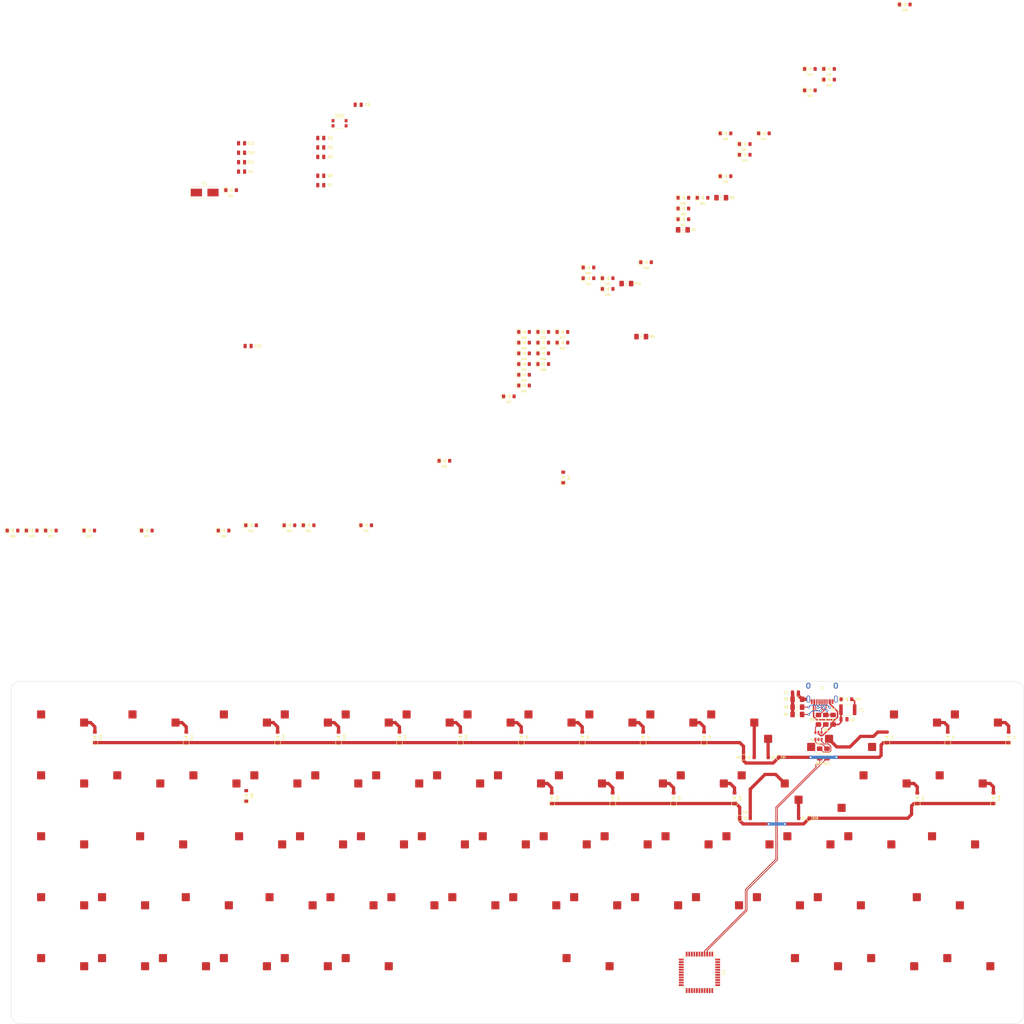
<source format=kicad_pcb>
(kicad_pcb (version 20210722) (generator pcbnew)
  (layers (0 "F.Cu" signal) (31 "B.Cu" signal) (34 "B.Paste" user) (35 "F.Paste" user) (36 "B.SilkS" user "B.Silkscreen") (37 "F.SilkS" user "F.Silkscreen") (38 "B.Mask" user) (39 "F.Mask" user) (44 "Edge.Cuts" user))
  (net 0 "")
  (net 1 "GND")
  (net 2 "Row1")
  (net 3 "Net-(D1-Pad2)")
  (net 4 "Row2")
  (net 5 "Net-(D2-Pad2)")
  (net 6 "Net-(D3-Pad2)")
  (net 7 "Net-(D4-Pad2)")
  (net 8 "/SHIELD")
  (net 9 "D+")
  (net 10 "D-")
  (net 11 "VBUS")
  (net 12 "Net-(D47-Pad2)")
  (net 13 "Net-(D39-Pad2)")
  (net 14 "/DP")
  (net 15 "Col1")
  (net 16 "Col2")
  (net 20 "5V")
  (net 21 "Net-(C9-Pad1)")
  (net 26 "Net-(D5-Pad2)")
  (net 27 "Net-(D6-Pad2)")
  (net 28 "Net-(D7-Pad2)")
  (net 29 "Net-(D8-Pad2)")
  (net 30 "Net-(D9-Pad2)")
  (net 31 "Net-(D10-Pad2)")
  (net 32 "Net-(D11-Pad2)")
  (net 33 "Net-(D12-Pad2)")
  (net 34 "Net-(D13-Pad2)")
  (net 35 "Net-(D14-Pad2)")
  (net 36 "Net-(D15-Pad2)")
  (net 37 "Net-(D16-Pad2)")
  (net 38 "Net-(D17-Pad2)")
  (net 39 "Net-(D18-Pad2)")
  (net 40 "Net-(D19-Pad2)")
  (net 41 "Net-(D20-Pad2)")
  (net 42 "Net-(D21-Pad2)")
  (net 43 "Net-(D22-Pad2)")
  (net 44 "Net-(D23-Pad2)")
  (net 45 "Net-(D24-Pad2)")
  (net 46 "Net-(D25-Pad2)")
  (net 47 "Net-(D26-Pad2)")
  (net 48 "Net-(D27-Pad2)")
  (net 49 "Net-(D28-Pad2)")
  (net 50 "Col3")
  (net 51 "Col4")
  (net 52 "Col5")
  (net 53 "Col6")
  (net 54 "Col7")
  (net 55 "Col8")
  (net 56 "Col9")
  (net 57 "Col10")
  (net 58 "Col11")
  (net 59 "Col12")
  (net 60 "Col13")
  (net 61 "Col14")
  (net 62 "Row3")
  (net 63 "Net-(D29-Pad2)")
  (net 64 "Net-(D30-Pad2)")
  (net 65 "Net-(D31-Pad2)")
  (net 66 "Net-(D32-Pad2)")
  (net 67 "Net-(D33-Pad2)")
  (net 68 "Net-(D34-Pad2)")
  (net 69 "Net-(D35-Pad2)")
  (net 70 "Net-(D36-Pad2)")
  (net 71 "Net-(D37-Pad2)")
  (net 72 "Net-(D38-Pad2)")
  (net 73 "/DN")
  (net 74 "Row4")
  (net 75 "Net-(D40-Pad2)")
  (net 76 "Net-(D41-Pad2)")
  (net 77 "Net-(D42-Pad2)")
  (net 78 "Net-(D43-Pad2)")
  (net 79 "Net-(D44-Pad2)")
  (net 80 "Net-(D45-Pad2)")
  (net 81 "Net-(D46-Pad2)")
  (net 82 "Net-(D48-Pad2)")
  (net 83 "Net-(D49-Pad2)")
  (net 84 "Net-(D50-Pad2)")
  (net 85 "Net-(D51-Pad2)")
  (net 86 "Net-(D52-Pad2)")
  (net 87 "Net-(D53-Pad2)")
  (net 88 "Net-(D54-Pad2)")
  (net 89 "Net-(D55-Pad2)")
  (net 90 "Net-(D56-Pad2)")
  (net 91 "Net-(D57-Pad2)")
  (net 92 "Net-(D58-Pad2)")
  (net 93 "Row5")
  (net 94 "Net-(D59-Pad2)")
  (net 95 "Net-(D60-Pad2)")
  (net 96 "Net-(D61-Pad2)")
  (net 97 "Net-(D62-Pad2)")
  (net 98 "Net-(D63-Pad2)")
  (net 99 "Net-(D64-Pad2)")
  (net 100 "Net-(D65-Pad2)")
  (net 101 "Net-(D66-Pad2)")
  (net 102 "Net-(D67-Pad2)")
  (net 103 "Net-(D68-Pad2)")
  (net 104 "Net-(J1-PadA5)")
  (net 105 "DBus+")
  (net 106 "DBus-")
  (net 108 "Net-(J1-PadB5)")
  (net 110 "Col15")
  (net 111 "Net-(C10-Pad1)")
  (net 112 "Net-(C11-Pad1)")
  (net 113 "Net-(C12-Pad1)")
  (net 114 "Net-(C13-Pad1)")
  (net 115 "CASE")
  (net 116 "/DP2")
  (net 117 "/DN2")
  (net 118 "Net-(R8-Pad1)")
  (net 119 "Net-(R12-Pad2)")
  (footprint "acheron_Components:D_SOD-123" (layer "F.Cu") (at 270.612264 -170.625552)
    (fp_text reference "D25")
    (fp_text value "1N4148W")
  )
  (footprint "acheron_MXH:MX100H" (layer "F.Cu") (at 155.376432 74.414)
    (fp_text reference "SW39")
    (fp_text value "K")
  )
  (footprint "acheron_Components:D_SOD-123" (layer "F.Cu") (at 244.242264 -150.475552)
    (fp_text reference "D65")
    (fp_text value "1N4148W")
  )
  (footprint "acheron_MXH:MX100H" (layer "F.Cu") (at 36.314032 112.513968)
    (fp_text reference "SW68")
    (fp_text value "Right")
  )
  (footprint "acheron_MXH:MX100H" (layer "F.Cu") (at 179.188912 55.364016)
    (fp_text reference "SW23")
    (fp_text value "U")
  )
  (footprint "acheron_MXH:MX100H" (layer "F.Cu") (at 212.526384 74.414)
    (fp_text reference "SW36")
    (fp_text value "G")
  )
  (footprint "acheron_MXH:MX100H" (layer "F.Cu") (at 74.414 112.513968)
    (fp_text reference "SW66")
    (fp_text value "Left")
  )
  (footprint "acheron_Components:D_SOD-123" (layer "F.Cu") (at 180.379536 38.397624 90)
    (fp_text reference "D9")
    (fp_text value "1N4148W")
  )
  (footprint "acheron_MXH:MX100H" (layer "F.Cu") (at 93.463984 36.314032)
    (fp_text reference "SW13")
    (fp_text value "=")
  )
  (footprint "acheron_Components:D_SOD-123" (layer "F.Cu") (at 231.052264 -126.975552)
    (fp_text reference "D30")
    (fp_text value "1N4148W")
  )
  (footprint "acheron_MXH:MX100H" (layer "F.Cu") (at 283.972 36.322 180)
    (fp_text reference "SW3")
    (fp_text value "2")
  )
  (footprint "acheron_MXH:MX100H" (layer "F.Cu") (at 36.314032 55.364016)
    (fp_text reference "SW30")
    (fp_text value "Home")
  )
  (footprint "acheron_Components:D_SOD-123" (layer "F.Cu") (at 201.382264 -108.525552)
    (fp_text reference "D69")
    (fp_text value "1N4007")
  )
  (footprint "acheron_Components:D_SOD-123" (layer "F.Cu") (at 231.052264 -123.625552)
    (fp_text reference "D41")
    (fp_text value "1N4148W")
  )
  (footprint "acheron_MXH:MX100H" (layer "F.Cu") (at 279.201328 93.463984)
    (fp_text reference "SW46")
    (fp_text value "Z")
  )
  (footprint "acheron_MXH:MX100H" (layer "F.Cu") (at 217.28888 55.364016)
    (fp_text reference "SW21")
    (fp_text value "T")
  )
  (footprint "acheron_Components:D_SOD-123" (layer "F.Cu") (at 33.272264 -26.265552)
    (fp_text reference "D37")
    (fp_text value "1N4148W")
  )
  (footprint "acheron_MXH:MX100H" (layer "F.Cu") (at 269.676336 74.414)
    (fp_text reference "SW33")
    (fp_text value "S")
  )
  (footprint "acheron_MXH:MX100H" (layer "F.Cu") (at 36.314032 74.414)
    (fp_text reference "SW44")
    (fp_text value "PgUp")
  )
  (footprint "acheron_Components:D_SOD-123" (layer "F.Cu") (at 193.4764 -42.862464 90)
    (fp_text reference "D57")
    (fp_text value "1N4148W")
  )
  (footprint "acheron_Components:D_SOD-123" (layer "F.Cu") (at 181.232264 -85.025552)
    (fp_text reference "D55")
    (fp_text value "1N4148W")
  )
  (footprint "acheron_MXH:MX100H" (layer "F.Cu") (at 183.951408 93.463984)
    (fp_text reference "SW51")
    (fp_text value "N")
  )
  (footprint "acheron_Components:D_SOD-123" (layer "F.Cu") (at 207.382264 -101.825552)
    (fp_text reference "D26")
    (fp_text value "1N4148W")
  )
  (footprint "acheron_MXH:MX100H" (layer "F.Cu") (at 98.22648 74.414)
    (fp_text reference "SW42")
    (fp_text value "'")
  )
  (footprint "acheron_Components:D_SOD-123" (layer "F.Cu") (at 304.204432 57.447608 90)
    (fp_text reference "D17")
    (fp_text value "1N4148W")
  )
  (footprint "acheron_MXH:MX100H" (layer "F.Cu") (at 188.713904 36.314032)
    (fp_text reference "SW8")
    (fp_text value "7")
  )
  (footprint "acheron_MXH:MX100H" (layer "F.Cu") (at 136.326448 74.414)
    (fp_text reference "SW40")
    (fp_text value "L")
  )
  (footprint "acheron_Components:D_SOD-123" (layer "F.Cu") (at 94.356952 56.71636 90)
    (fp_text reference "D28")
    (fp_text value "1N4148W")
  )
  (footprint "acheron_MXH:MX225H" (layer "F.Cu") (at 67.270256 74.414)
    (fp_text reference "SW43")
    (fp_text value "Ent_225")
  )
  (footprint "acheron_MXH:MX175H" (layer "F.Cu") (at 81.557744 93.463984)
    (fp_text reference "SW56")
    (fp_text value "RShft_175")
  )
  (footprint "acheron_Components:D_SOD-123" (layer "F.Cu") (at 189.904528 57.447608 90)
    (fp_text reference "D23")
    (fp_text value "1N4148W")
  )
  (footprint "acheron_Components:D_SOD-123" (layer "F.Cu") (at 231.052264 -130.325552)
    (fp_text reference "D59")
    (fp_text value "1N4148W")
  )
  (footprint "acheron_Components:D_SOD-123" (layer "F.Cu") (at 332.779408 38.397624 90)
    (fp_text reference "D1")
    (fp_text value "1N4148W")
  )
  (footprint "acheron_Components:C_0805_2012Metric" (layer "F.Cu") (at 117.662264 -146.065552)
    (fp_text reference "C5")
    (fp_text value "1uF")
  )
  (footprint "acheron_MXH:MX150H" (layer "F.Cu") (at 317.301296 55.364016)
    (fp_text reference "SW16")
    (fp_text value "Tab_150")
  )
  (footprint "acheron_Components:SOT-23-6" (layer "F.Cu") (at 273.304 37.973 90)
    (fp_text reference "U2")
    (fp_text value "USBLC6-2SC6")
  )
  (footprint "acheron_Components:D_SOD-123" (layer "F.Cu") (at 104.1796 38.397624 90)
    (fp_text reference "D13")
    (fp_text value "1N4148W")
  )
  (footprint "acheron_Components:D_SOD-123" (layer "F.Cu") (at 181.232264 -74.975552)
    (fp_text reference "D52")
    (fp_text value "1N4148W")
  )
  (footprint "acheron_MXH:MX100H" (layer "F.Cu") (at 55.364016 112.513968)
    (fp_text reference "SW67")
    (fp_text value "Down")
  )
  (footprint "acheron_MXH:MX100H" (layer "F.Cu") (at 164.901424 93.463984)
    (fp_text reference "SW52")
    (fp_text value "M")
  )
  (footprint "acheron_MXH:MX100H" (layer "F.Cu") (at 131.563952 112.513968)
    (fp_text reference "SW63")
    (fp_text value "RAlt")
  )
  (footprint "acheron_Components:D_SOD-123" (layer "F.Cu") (at 193.232264 -85.025552)
    (fp_text reference "D53")
    (fp_text value "1N4148W")
  )
  (footprint "acheron_Components:D_SOD-123" (layer "F.Cu") (at 187.232264 -88.375552)
    (fp_text reference "D33")
    (fp_text value "1N4148W")
  )
  (footprint "acheron_Components:D_SOD-123" (layer "F.Cu") (at 142.279568 38.397624 90)
    (fp_text reference "D11")
    (fp_text value "1N4148W")
  )
  (footprint "acheron_MXH:MX125H" (layer "F.Cu") (at 272.057584 112.513968)
    (fp_text reference "SW61")
    (fp_text value "LAlt_125")
  )
  (footprint "Crystal:Crystal_SMD_5032-2Pin_5.0x3.2mm_HandSoldering" (layer "F.Cu") (at 81.372264 -131.965552)
    (fp_text reference "Y1")
    (fp_text value "16MHz")
  )
  (footprint "acheron_Components:R_SMD_1206" (layer "F.Cu") (at 266.699776 28.956)
    (fp_text reference "R3")
    (fp_text value "5.1k")
  )
  (footprint "acheron_Components:D_SOD-123" (layer "F.Cu") (at 107.872264 -27.915552)
    (fp_text reference "D62")
    (fp_text value "1N4148W")
  )
  (footprint "acheron_MXH:MX100H" (layer "F.Cu") (at 93.463984 112.513968)
    (fp_text reference "SW65")
    (fp_text value "RCtrl")
  )
  (footprint "acheron_Components:R_SMD_1206" (layer "F.Cu") (at 277.876 32.893 -90)
    (fp_text reference "R1")
    (fp_text value "1.5K")
  )
  (footprint "acheron_Components:D_SOD-123" (layer "F.Cu") (at 187.232264 -78.325552)
    (fp_text reference "D68")
    (fp_text value "1N4148W")
  )
  (footprint "acheron_MXH:MX200H" (layer "F.Cu") (at 64.889008 36.314032)
    (fp_text reference "SW14")
    (fp_text value "BSP_200")
  )
  (footprint "acheron_MXH:MX100H" (layer "F.Cu") (at 141.088944 55.364016)
    (fp_text reference "SW25")
    (fp_text value "O")
  )
  (footprint "acheron_MXH:MX100H" (layer "F.Cu") (at 274.447 55.372 180)
    (fp_text reference "SW18")
    (fp_text value "W")
  )
  (footprint "acheron_MXH:MX125H" (layer "F.Cu") (at 319.682544 112.513968)
    (fp_text reference "SW59")
    (fp_text value "LCtrl_125")
  )
  (footprint "acheron_Components:R_SMD_1206" (layer "F.Cu") (at 275.59 32.893 90)
    (fp_text reference "R6")
    (fp_text value "22")
  )
  (footprint "acheron_MXH:MX100H" (layer "F.Cu") (at 83.938992 55.364016)
    (fp_text reference "SW28")
    (fp_text value "]")
  )
  (footprint "acheron_MXH:MX100H" (layer "F.Cu") (at 236.338864 55.364016)
    (fp_text reference "SW20")
    (fp_text value "R")
  )
  (footprint "acheron_Components:D_SOD-123" (layer "F.Cu") (at 95.872264 -27.915552)
    (fp_text reference "D42")
    (fp_text value "1N4148W")
  )
  (footprint "acheron_Components:R_SMD_1206" (layer "F.Cu") (at 266.699776 31.242)
    (fp_text reference "R4")
    (fp_text value "5.1k")
  )
  (footprint "acheron_Components:D_SOD-123" (layer "F.Cu") (at 219.382264 -110.175552)
    (fp_text reference "D63")
    (fp_text value "1N4148W")
  )
  (footprint "acheron_MXH:MX100H" (layer "F.Cu") (at 226.813872 36.314032)
    (fp_text reference "SW6")
    (fp_text value "5")
  )
  (footprint "acheron_Components:D_SOD-123" (layer "F.Cu") (at 207.382264 -105.175552)
    (fp_text reference "D48")
    (fp_text value "1N4148W")
  )
  (footprint "acheron_Components:C_0805_2012Metric" (layer "F.Cu") (at 92.902264 -141.465552)
    (fp_text reference "C11")
    (fp_text value "22pF")
  )
  (footprint "acheron_Components:D_SOD-123" (layer "F.Cu") (at 181.232264 -81.675552)
    (fp_text reference "D40")
    (fp_text value "1N4148W")
  )
  (footprint "acheron_MXH:MX100H" (layer "F.Cu") (at 260.151344 93.463984)
    (fp_text reference "SW47")
    (fp_text value "X")
  )
  (footprint "acheron_Components:D_SOD-123" (layer "F.Cu") (at 259.258376 44.6484 180)
    (fp_text reference "D4")
    (fp_text value "1N4148W")
  )
  (footprint "acheron_Components:D_SOD-123" (layer "F.Cu") (at 313.729424 38.397624 90)
    (fp_text reference "D2")
    (fp_text value "1N4148W")
  )
  (footprint "acheron_MXH:MX150H" (layer "F.Cu") (at 60.126512 55.364016)
    (fp_text reference "SW29")
    (fp_text value "\\_150")
  )
  (footprint "acheron_MXH:MX100H" (layer "F.Cu") (at 36.314032 93.463984)
    (fp_text reference "SW58")
    (fp_text value "End")
  )
  (footprint "acheron_MXH:MX100H" (layer "F.Cu") (at 55.364016 93.463984)
    (fp_text reference "SW57")
    (fp_text value "Up")
  )
  (footprint "acheron_Components:R_SMD_1206" (layer "F.Cu") (at 275.971 43.434 90)
    (fp_text reference "R11")
    (fp_text value "22")
  )
  (footprint "acheron_Components:C_0805_2012Metric" (layer "F.Cu") (at 117.662264 -143.115552)
    (fp_text reference "C9")
    (fp_text value "0.1uF")
  )
  (footprint "acheron_MXH:MX100H" (layer "F.Cu") (at 122.03896 55.364016)
    (fp_text reference "SW26")
    (fp_text value "P")
  )
  (footprint "acheron_MXH:MX100H" (layer "F.Cu") (at 198.238896 55.364016)
    (fp_text reference "SW22")
    (fp_text value "Y")
  )
  (footprint "acheron_Components:R_SMD_1206" (layer "F.Cu") (at 273.685 43.434 90)
    (fp_text reference "R10")
    (fp_text value "22")
  )
  (footprint "acheron_Components:C_0805_2012Metric" (layer "F.Cu") (at 117.662264 -137.215552)
    (fp_text reference "C8")
    (fp_text value "0.1uF")
  )
  (footprint "acheron_Components:D_SOD-123" (layer "F.Cu") (at 218.479504 38.397624 90)
    (fp_text reference "D7")
    (fp_text value "1N4148W")
  )
  (footprint "acheron_Components:D_SOD-123" (layer "F.Cu") (at 176.472264 -68.225552)
    (fp_text reference "D27")
    (fp_text value "1N4148W")
  )
  (footprint "acheron_Components:D_SOD-123" (layer "F.Cu") (at 87.272264 -26.265552)
    (fp_text reference "D50")
    (fp_text value "1N4148W")
  )
  (footprint "acheron_Components:D_SOD-123" (layer "F.Cu") (at 250.242264 -143.775552)
    (fp_text reference "D45")
    (fp_text value "1N4148W")
  )
  (footprint "acheron_MXH:MX100H" (layer "F.Cu") (at 102.988976 55.364016)
    (fp_text reference "SW27")
    (fp_text value "[")
  )
  (footprint "acheron_MXH:MX125H" (layer "F.Cu") (at 295.870064 112.513968)
    (fp_text reference "SW60")
    (fp_text value "Win_125")
  )
  (footprint "acheron_Components:D_SOD-123" (layer "F.Cu") (at 187.232264 -81.675552)
    (fp_text reference "D58")
    (fp_text value "1N4148W")
  )
  (footprint "acheron_Components:D_SOD-123" (layer "F.Cu") (at 47.029648 38.397624 90)
    (fp_text reference "D15")
    (fp_text value "1N4148W")
  )
  (footprint "acheron_MXH:MX100H" (layer "F.Cu") (at 169.66392 36.314032)
    (fp_text reference "SW9")
    (fp_text value "8")
  )
  (footprint "acheron_Components:D_SOD-123" (layer "F.Cu") (at 201.382264 -105.175552)
    (fp_text reference "D43")
    (fp_text value "1N4148W")
  )
  (footprint "acheron_MXH:MX100H" (layer "F.Cu") (at 112.513968 112.513968)
    (fp_text reference "SW64")
    (fp_text value "Fn")
  )
  (footprint "acheron_Components:R_SMD_1206" (layer "F.Cu") (at 273.304 32.893 -90)
    (fp_text reference "R5")
    (fp_text value "22")
  )
  (footprint "acheron_Components:D_SOD-123" (layer "F.Cu") (at 123.229584 38.397624 90)
    (fp_text reference "D12")
    (fp_text value "1N4148W")
  )
  (footprint "acheron_MXH:MX100H" (layer "F.Cu") (at 150.613936 36.314032)
    (fp_text reference "SW10")
    (fp_text value "9")
  )
  (footprint "acheron_MXH:MX100H" (layer "F.Cu") (at 231.576368 74.414)
    (fp_text reference "SW35")
    (fp_text value "F")
  )
  (footprint "acheron_MXH:MX225H" (layer "F.Cu") (at 310.157552 93.463984)
    (fp_text reference "SW45")
    (fp_text value "LShft_225")
  )
  (footprint "acheron_Components:D_SOD-123" (layer "F.Cu") (at 63.272264 -26.265552)
    (fp_text reference "D24")
    (fp_text value "1N4148W")
  )
  (footprint "acheron_Components:R_SMD_1206" (layer "F.Cu") (at 213.232264 -103.505552)
    (fp_text reference "R12")
    (fp_text value "1k")
  )
  (footprint "acheron_MXH:MX100H" (layer "F.Cu") (at 112.513968 36.314032)
    (fp_text reference "SW12")
    (fp_text value "-")
  )
  (footprint "acheron_Components:C_0805_2012Metric" (layer "F.Cu") (at 281.28492 32.74216 180)
    (fp_text reference "C2")
    (fp_text value "100nF")
  )
  (footprint "acheron_Components:D_SOD-123" (layer "F.Cu") (at 237.052264 -130.325552)
    (fp_text reference "D64")
    (fp_text value "1N4148W")
  )
  (footprint "acheron_MXH:MX100H" (layer "F.Cu") (at 126.801456 93.463984)
    (fp_text reference "SW54")
    (fp_text value ".")
  )
  (footprint "acheron_Components:D_SOD-123" (layer "F.Cu") (at 237.529488 38.397624 90)
    (fp_text reference "D6")
    (fp_text value "1N4148W")
  )
  (footprint "acheron_MXH:MX100H" (layer "F.Cu") (at 322.063792 36.314032)
    (fp_text reference "SW1")
    (fp_text value "Esc")
  )
  (footprint "acheron_Components:D_SOD-123" (layer "F.Cu") (at 187.232264 -85.025552)
    (fp_text reference "D39")
    (fp_text value "1N4148W")
  )
  (footprint "acheron_Components:D_SOD-123" (layer "F.Cu") (at 208.954512 57.447608 90)
    (fp_text reference "D22")
    (fp_text value "1N4148W")
  )
  (footprint "acheron_Components:C_0805_2012Metric" (layer "F.Cu") (at 92.902264 -147.365552)
    (fp_text reference "C12")
    (fp_text value "1uF")
  )
  (footprint "acheron_Components:D_SOD-123" (layer "F.Cu") (at 294.67944 38.397624 90)
    (fp_text reference "D3")
    (fp_text value "1N4148W")
  )
  (footprint "acheron_Components:D_SOD-123" (layer "F.Cu") (at 228.004496 57.447608 90)
    (fp_text reference "D21")
    (fp_text value "1N4148W")
  )
  (footprint "acheron_Components:C_0805_2012Metric" (layer "F.Cu") (at 94.952264 -83.965552)
    (fp_text reference "C13")
    (fp_text value "4.7nF")
  )
  (footprint "acheron_Components:D_SOD-123" (layer "F.Cu") (at 300.292264 -190.775552)
    (fp_text reference "D38")
    (fp_text value "1N4148W")
  )
  (footprint "acheron_MXH:MX100H" (layer "F.Cu") (at 250.626352 74.414)
    (fp_text reference "SW34")
    (fp_text value "D")
  )
  (footprint "acheron_Components:C_0805_2012Metric" (layer "F.Cu") (at 117.662264 -134.265552)
    (fp_text reference "C7")
    (fp_text value "1uF")
  )
  (footprint "acheron_Components:D_SOD-123" (layer "F.Cu") (at 113.872264 -27.915552)
    (fp_text reference "D31")
    (fp_text value "1N4148W")
  )
  (footprint "Package_QFP:TQFP-44_10x10mm_P0.8mm" (layer "F.Cu") (at 236.093 111.887 -90)
    (fp_text reference "U1")
    (fp_text value "ATmega32U4-AU")
  )
  (footprint "acheron_Components:D_SOD-123" (layer "F.Cu") (at 328.016912 57.447608 90)
    (fp_text reference "D16")
    (fp_text value "1N4148W")
  )
  (footprint "acheron_MXH:MX175H" (layer "F.Cu") (at 314.920048 74.414)
    (fp_text reference "SW31")
    (fp_text value "Caps_175")
  )
  (footprint "acheron_Components:D_SOD-123" (layer "F.Cu") (at 21.272264 -26.265552)
    (fp_text reference "D60")
    (fp_text value "1N4148W")
  )
  (footprint "acheron_Components:C_0805_2012Metric" (layer "F.Cu") (at 92.902264 -138.515552)
    (fp_text reference "C4")
    (fp_text value "0.1uF")
  )
  (footprint "acheron_Components:D_SOD-123" (layer "F.Cu") (at 193.232264 -88.375552)
    (fp_text reference "D47")
    (fp_text value "1N4148W")
  )
  (footprint "acheron_MXH:MX100H" (layer "F.Cu") (at 288.72632 74.414)
    (fp_text reference "SW32")
    (fp_text value "A")
  )
  (footprint "acheron_Components:D_SOD-123" (layer "F.Cu") (at 131.872264 -27.915552)
    (fp_text reference "D51")
    (fp_text value "1N4148W")
  )
  (footprint "acheron_Components:C_0805_2012Metric" (layer "F.Cu") (at 92.902264 -144.415552)
    (fp_text reference "C10")
    (fp_text value "22pF")
  )
  (footprint "acheron_MXH:MX100H" (layer "F.Cu") (at 117.276464 74.414)
    (fp_text reference "SW41")
    (fp_text value ";")
  )
  (footprint "acheron_Components:D_SOD-123" (layer "F.Cu") (at 250.328696 63.698384)
    (fp_text reference "D19")
    (fp_text value "1N4148W")
  )
  (footprint "acheron_Components:D_SOD-123" (layer "F.Cu") (at 276.612264 -170.625552)
    (fp_text reference "D32")
    (fp_text value "1N4148W")
  )
  (footprint "acheron_MXH:MX100H" (layer "F.Cu") (at 207.763888 36.314032)
    (fp_text reference "SW7")
    (fp_text value "6")
  )
  (footprint "acheron_Components:D_SOD-123" (layer "F.Cu") (at 89.622264 -132.715552)
    (fp_text reference "D61")
    (fp_text value "1N4148W")
  )
  (footprint "acheron_Components:R_SMD_1206" (layer "F.Cu") (at 217.884972 -86.915552)
    (fp_text reference "R8")
    (fp_text value "100")
  )
  (footprint "acheron_MXH:MX100H" (layer "F.Cu") (at 264.922 36.322 180)
    (fp_text reference "SW4")
    (fp_text value "3")
  )
  (footprint "Button_Switch_SMD:SW_Push_1P1T_NO_CK_KMR2" (layer "F.Cu") (at 123.542264 -153.625552)
    (fp_text reference "SW0")
    (fp_text value "SW_Push")
  )
  (footprint "acheron_Components:C_0805_2012Metric" (layer "F.Cu") (at 117.662264 -149.015552)
    (fp_text reference "C3")
    (fp_text value "0.1uF")
  )
  (footprint "acheron_Components:D_SOD-123" (layer "F.Cu") (at 45.272264 -26.265552)
    (fp_text reference "D35")
    (fp_text value "1N4148W")
  )
  (footprint "acheron_MXH:MX100H" (layer "F.Cu") (at 160.138928 55.364016)
    (fp_text reference "SW24")
    (fp_text value "I")
  )
  (footprint "acheron_Components:D_SOD-123" (layer "F.Cu") (at 181.232264 -71.625552)
    (fp_text reference "D34")
    (fp_text value "1N4148W")
  )
  (footprint "acheron_Components:D_SOD-123" (layer "F.Cu") (at 282.041952 26.491384)
    (fp_text reference "D70")
    (fp_text value "RB060M-60TR")
  )
  (footprint "acheron_MXH:MX100H" (layer "F.Cu") (at 255.388848 55.364016)
    (fp_text reference "SW19")
    (fp_text value "E")
  )
  (footprint "acheron_MXH:MX625H" (layer "F.Cu") (at 200.620144 112.513968)
    (fp_text reference "SW62")
    (fp_text value "Space_625")
  )
  (footprint "acheron_MXH:MX100H" (layer "F.Cu") (at 241.10136 93.463984)
    (fp_text reference "SW48")
    (fp_text value "C")
  )
  (footprint "acheron_MXH:MX100H" (layer "F.Cu") (at 293.488816 55.364016)
    (fp_text reference "SW17")
    (fp_text value "Q")
  )
  (footprint "acheron_Components:D_SOD-123" (layer "F.Cu") (at 244.242264 -137.075552)
    (fp_text reference "D49")
    (fp_text value "1N4148W")
  )
  (footprint "acheron_MXH:MX100H" (layer "F.Cu") (at 131.563952 36.314032)
    (fp_text reference "SW11")
    (fp_text value "0")
  )
  (footprint "acheron_Components:D_SOD-123" (layer "F.Cu") (at 161.329552 38.397624 90)
    (fp_text reference "D10")
    (fp_text value "1N4148W")
  )
  (footprint "acheron_MXH:MX100H" (layer "F.Cu") (at 36.314032 36.314032)
    (fp_text reference "SW15")
    (fp_text value "Del")
  )
  (footprint "acheron_Components:D_SOD-123" (layer "F.Cu") (at 75.604624 38.397624 90)
    (fp_text reference "D14")
    (fp_text value "1N4148W")
  )
  (footprint "acheron_Components:Fuse_1812_4532" (layer "F.Cu") (at 282.475432 29.7656)
    (fp_text reference "F1")
    (fp_text value "Polyfuse_Small")
  )
  (footprint "acheron_MXH:MX100H" (layer "F.Cu") (at 203.001392 93.463984)
    (fp_text reference "SW50")
    (fp_text value "B")
  )
  (footprint "acheron_MXH:MX100H" (layer "F.Cu") (at 193.4764 74.414)
    (fp_text reference "SW37")
    (fp_text value "H")
  )
  (footprint "acheron_Components:D_SOD-123" (layer "F.Cu") (at 156.322264 -48.075552)
    (fp_text reference "D36")
    (fp_text value "1N4148W")
  )
  (footprint "acheron_Components:C_0805_2012Metric" (layer "F.Cu") (at 129.372264 -159.425552)
    (fp_text reference "C6")
    (fp_text value "10uF")
  )
  (footprint "acheron_Components:D_SOD-123" (layer "F.Cu") (at 181.232264 -88.375552)
    (fp_text reference "D66")
    (fp_text value "1N4148W")
  )
  (footprint "acheron_Components:R_SMD_1206" (layer "F.Cu") (at 242.902264 -130.355552)
    (fp_text reference "R9")
    (fp_text value "10k")
  )
  (footprint "acheron_Components:C_0805_2012Metric" (layer "F.Cu") (at 266.104464 24.407792)
    (fp_text reference "C1")
    (fp_text value "4.7nF")
  )
  (footprint "acheron_Components:D_SOD-123" (layer "F.Cu") (at 181.232264 -78.325552)
    (fp_text reference "D54")
    (fp_text value "1N4148W")
  )
  (footprint "acheron_Components:D_SOD-123" (layer "F.Cu") (at 199.42952 38.397624 90)
    (fp_text reference "D8")
    (fp_text value "1N4148W")
  )
  (footprint "acheron_MXH:MX100H" (layer "F.Cu") (at 245.863856 36.314032)
    (fp_text reference "SW5")
    (fp_text value "4")
  )
  (footprint "acheron_Components:R_SMD_1206" (layer "F.Cu") (at 266.699776 26.491384 180)
    (fp_text reference "R2")
    (fp_text value "1M")
  )
  (footprint "acheron_Components:D_SOD-123" (layer "F.Cu") (at 247.05448 57.447608 90)
    (fp_text reference "D20")
    (fp_text value "1N4148W")
  )
  (footprint "acheron_Components:R_SMD_1206" (layer "F.Cu") (at 230.902264 -120.305552)
    (fp_text reference "R7")
    (fp_text value "1M")
  )
  (footprint "acheron_Components:D_SOD-123" (layer "F.Cu") (at 251.51932 44.6484)
    (fp_text reference "D5")
    (fp_text value "1N4148W")
  )
  (footprint "acheron_Components:D_SOD-123" (layer "F.Cu") (at 268.783368 63.698384 180)
    (fp_text reference "D18")
    (fp_text value "1N4148W")
  )
  (footprint "acheron_Components:D_SOD-123" (layer "F.Cu") (at 270.612264 -163.925552)
    (fp_text reference "D56")
    (fp_text value "1N4148W")
  )
  (footprint "acheron_Connectors:TYPE-C-31-M-12" (layer "F.Cu") (at 274.438832 27.93498 180)
    (fp_text reference "J1")
    (fp_text value "TYPE-C-31-M12_13")
  )
  (footprint "acheron_Components:D_SOD-123" (layer "F.Cu") (at 250.242264 -147.125552)
    (fp_text reference "D67")
    (fp_text value "1N4148W")
  )
  (footprint "acheron_MXH:MX100H" (layer "F.Cu") (at 222.051376 93.463984)
    (fp_text reference "SW49")
    (fp_text value "V")
  )
  (footprint "acheron_Components:D_SOD-123" (layer "F.Cu") (at 256.242264 -150.475552)
    (fp_text reference "D44")
    (fp_text value "1N4148W")
  )
  (footprint "acheron_MXH:MX100H" (layer "F.Cu") (at 174.426416 74.414)
    (fp_text reference "SW38")
    (fp_text value "J")
  )
  (footprint "acheron_Components:D_SOD-123" (layer "F.Cu") (at 276.612264 -167.275552)
    (fp_text reference "D46")
    (fp_text value "1N4148W")
  )
  (footprint "acheron_MXH:MX100H" (layer "F.Cu") (at 303.013808 36.314032)
    (fp_text reference "SW2")
    (fp_text value "1")
  )
  (footprint "acheron_MXH:MX100H" (layer "F.Cu") (at 107.751472 93.463984)
    (fp_text reference "SW55")
    (fp_text value "/")
  )
  (footprint "acheron_Components:D_SOD-123" (layer "F.Cu") (at 27.272264 -26.265552)
    (fp_text reference "D29")
    (fp_text value "1N4148W")
  )
  (footprint "acheron_MXH:MX100H" (layer "F.Cu") (at 145.85144 93.463984)
    (fp_text reference "SW53")
    (fp_text value ",")
  )
  (gr_arc (start 23.81248 23.81248) (end 20.83592 23.81248) (angle 90) (layer "Edge.Cuts") (width 0.1))
  (gr_line (start 331.588784 20.83592) (end 26.78904 20.83592) (layer "Edge.Cuts") (width 0.1))
  (gr_line (start 20.83592 125.01552) (end 20.83592 122.03896) (layer "Edge.Cuts") (width 0.1))
  (gr_line (start 20.83592 26.78904) (end 20.83592 23.81248) (layer "Edge.Cuts") (width 0.1))
  (gr_line (start 23.81248 20.83592) (end 26.78904 20.83592) (layer "Edge.Cuts") (width 0.1))
  (gr_line (start 331.588784 20.83592) (end 334.565344 20.83592) (layer "Edge.Cuts") (width 0.1))
  (gr_arc (start 23.81248 125.01552) (end 20.83592 125.01552) (angle -90) (layer "Edge.Cuts") (width 0.1))
  (gr_arc (start 334.565344 125.01552) (end 334.565344 127.99208) (angle -90) (layer "Edge.Cuts") (width 0.1))
  (gr_line (start 337.541904 26.78904) (end 337.541904 125.01552) (layer "Edge.Cuts") (width 0.1))
  (gr_line (start 20.83592 122.03896) (end 20.83592 26.78904) (layer "Edge.Cuts") (width 0.1))
  (gr_arc (start 334.565344 23.81248) (end 334.565344 20.83592) (angle 90) (layer "Edge.Cuts") (width 0.1))
  (gr_line (start 23.81248 127.99208) (end 334.565344 127.99208) (layer "Edge.Cuts") (width 0.1))
  (gr_line (start 337.541904 26.78904) (end 337.541904 23.81248) (layer "Edge.Cuts") (width 0.1))
  (segment (start 265.212276 24.453104) (end 265.212276 26.491384) (width 1.016) (layer "F.Cu") (net 1))
  (segment (start 265.212352 31.242) (end 265.212352 24.45318) (width 1.016) (layer "F.Cu") (net 1))
  (segment (start 265.212352 24.45318) (end 265.212276 24.453104) (width 1.016) (layer "F.Cu") (net 1))
  (segment (start 313.72937 40.047621) (end 294.67937 40.047621) (width 1.016) (layer "F.Cu") (net 2))
  (segment (start 332.779408 40.047624) (end 313.729424 40.047624) (width 1.016) (layer "F.Cu") (net 2))
  (segment (start 161.329552 40.047624) (end 180.379536 40.047624) (width 1.016) (layer "F.Cu") (net 2))
  (segment (start 142.279568 40.047624) (end 161.329552 40.047624) (width 1.016) (layer "F.Cu") (net 2))
  (segment (start 278.903672 44.6484) (end 292.298192 44.6484) (width 1.016) (layer "F.Cu") (net 2))
  (segment (start 75.90228 40.047624) (end 104.1796 40.047624) (width 1.016) (layer "F.Cu") (net 2))
  (segment (start 180.379536 40.047624) (end 199.42952 40.047624) (width 1.016) (layer "F.Cu") (net 2))
  (segment (start 292.893504 44.053088) (end 292.893504 40.778872) (width 1.016) (layer "F.Cu") (net 2))
  (segment (start 199.42952 40.047624) (end 218.479504 40.047624) (width 1.016) (layer "F.Cu") (net 2))
  (segment (start 248.70448 40.047624) (end 249.86932 41.212464) (width 1.016) (layer "F.Cu") (net 2))
  (segment (start 249.86932 45.677304) (end 250.626352 46.434336) (width 1.016) (layer "F.Cu") (net 2))
  (segment (start 293.624752 40.047624) (end 294.67944 40.047624) (width 1.016) (layer "F.Cu") (net 2))
  (segment (start 250.626352 46.434336) (end 259.12244 46.434336) (width 1.016) (layer "F.Cu") (net 2))
  (segment (start 249.86932 41.212464) (end 249.86932 44.6484) (width 1.016) (layer "F.Cu") (net 2))
  (segment (start 292.893504 40.778872) (end 293.624752 40.047624) (width 1.016) (layer "F.Cu") (net 2))
  (segment (start 104.1796 40.047624) (end 123.229584 40.047624) (width 1.016) (layer "F.Cu") (net 2))
  (segment (start 259.12244 46.434336) (end 260.908376 44.6484) (width 1.016) (layer "F.Cu") (net 2))
  (segment (start 218.479504 40.047624) (end 237.529488 40.047624) (width 1.016) (layer "F.Cu") (net 2))
  (segment (start 292.298192 44.6484) (end 292.893504 44.053088) (width 1.016) (layer "F.Cu") (net 2))
  (segment (start 260.908376 44.6484) (end 270.86696 44.6484) (width 1.016) (layer "F.Cu") (net 2))
  (segment (start 123.229584 40.047624) (end 142.279568 40.047624) (width 1.016) (layer "F.Cu") (net 2))
  (segment (start 237.529488 40.047624) (end 248.70448 40.047624) (width 1.016) (layer "F.Cu") (net 2))
  (segment (start 47.029648 40.047624) (end 75.90228 40.047624) (width 1.016) (layer "F.Cu") (net 2))
  (segment (start 249.86932 44.6484) (end 249.86932 45.677304) (width 1.016) (layer "F.Cu") (net 2))
  (via (at 278.903684 44.648399) (size 1.016) (drill 0.508) (layers "F.Cu" "B.Cu") (net 2))
  (via (at 270.86687 44.648399) (size 1.016) (drill 0.508) (layers "F.Cu" "B.Cu") (net 2))
  (segment (start 270.86696 44.6484) (end 278.903672 44.6484) (width 1.016) (layer "B.Cu") (net 2))
  (segment (start 331.727688 33.774032) (end 332.779408 34.825752) (width 1.016) (layer "F.Cu") (net 3))
  (segment (start 332.779408 34.825752) (end 332.779408 36.747624) (width 1.016) (layer "F.Cu") (net 3))
  (segment (start 329.429792 33.774032) (end 331.727688 33.774032) (width 1.016) (layer "F.Cu") (net 3))
  (segment (start 301.227872 63.698384) (end 302.418496 62.50776) (width 1.016) (layer "F.Cu") (net 4))
  (segment (start 247.513856 59.097608) (end 247.05448 59.097608) (width 1.016) (layer "F.Cu") (net 4))
  (segment (start 228.004496 59.097608) (end 208.954512 59.097608) (width 1.016) (layer "F.Cu") (net 4))
  (segment (start 189.904528 59.097608) (end 208.954512 59.097608) (width 1.016) (layer "F.Cu") (net 4))
  (segment (start 248.678696 60.262448) (end 247.513856 59.097608) (width 1.016) (layer "F.Cu") (net 4))
  (segment (start 268.647432 65.48432) (end 270.433368 63.698384) (width 1.016) (layer "F.Cu") (net 4))
  (segment (start 262.830248 65.48432) (end 268.647432 65.48432) (width 1.016) (layer "F.Cu") (net 4))
  (segment (start 249.733384 65.48432) (end 248.678696 64.429632) (width 1.016) (layer "F.Cu") (net 4))
  (segment (start 302.418496 59.828856) (end 303.149744 59.097608) (width 1.016) (layer "F.Cu") (net 4))
  (segment (start 302.418496 62.50776) (end 302.418496 59.828856) (width 1.016) (layer "F.Cu") (net 4))
  (segment (start 270.433368 63.698384) (end 301.227872 63.698384) (width 1.016) (layer "F.Cu") (net 4))
  (segment (start 303.149744 59.097608) (end 304.204432 59.097608) (width 1.016) (layer "F.Cu") (net 4))
  (segment (start 257.770096 65.48432) (end 249.733384 65.48432) (width 1.016) (layer "F.Cu") (net 4))
  (segment (start 248.678696 64.429632) (end 248.678696 63.698384) (width 1.016) (layer "F.Cu") (net 4))
  (segment (start 247.05448 59.097608) (end 228.004496 59.097608) (width 1.016) (layer "F.Cu") (net 4))
  (segment (start 328.01687 59.097596) (end 304.20437 59.097596) (width 1.016) (layer "F.Cu") (net 4))
  (segment (start 248.678696 63.698384) (end 248.678696 60.262448) (width 1.016) (layer "F.Cu") (net 4))
  (via (at 262.830248 65.48432) (size 1.016) (drill 0.508) (layers "F.Cu" "B.Cu") (net 4))
  (via (at 257.770096 65.48432) (size 1.016) (drill 0.508) (layers "F.Cu" "B.Cu") (net 4))
  (segment (start 262.830248 65.48432) (end 257.770096 65.48432) (width 1.016) (layer "B.Cu") (net 4))
  (segment (start 313.729424 34.825752) (end 313.729424 36.747624) (width 1.016) (layer "F.Cu") (net 5))
  (segment (start 312.677704 33.774032) (end 313.729424 34.825752) (width 1.016) (layer "F.Cu") (net 5))
  (segment (start 310.379808 33.774032) (end 312.677704 33.774032) (width 1.016) (layer "F.Cu") (net 5))
  (segment (start 276.606 38.989) (end 279.019 41.402) (width 1.016) (layer "F.Cu") (net 6))
  (segment (start 279.019 41.402) (end 283.1465 41.402) (width 1.016) (layer "F.Cu") (net 6))
  (segment (start 276.606 38.862) (end 276.606 38.989) (width 1.016) (layer "F.Cu") (net 6))
  (segment (start 290.512224 38.1) (end 291.8646 36.747624) (width 1.016) (layer "F.Cu") (net 6))
  (segment (start 286.4485 38.1) (end 290.512224 38.1) (width 1.016) (layer "F.Cu") (net 6))
  (segment (start 283.1465 41.402) (end 286.4485 38.1) (width 1.016) (layer "F.Cu") (net 6))
  (segment (start 291.8646 36.747624) (end 294.67944 36.747624) (width 1.016) (layer "F.Cu") (net 6))
  (segment (start 257.556 38.862) (end 257.556 44.596024) (width 1.016) (layer "F.Cu") (net 7))
  (segment (start 257.556 44.596024) (end 257.608376 44.6484) (width 1.016) (layer "F.Cu") (net 7))
  (segment (start 270.082428 26.491384) (end 270.138832 26.43498) (width 0.4572) (layer "F.Cu") (net 8))
  (segment (start 268.18717 26.491387) (end 270.082518 26.491387) (width 1.016) (layer "F.Cu") (net 8))
  (segment (start 267.041884 24.407792) (end 267.041884 25.346073) (width 1.016) (layer "F.Cu") (net 8))
  (segment (start 267.041884 25.346073) (end 268.18717 26.491387) (width 1.016) (layer "F.Cu") (net 8))
  (segment (start 277.17572 42.656054) (end 276.843054 42.98872) (width 0.254) (layer "F.Cu") (net 9))
  (segment (start 274.254 39.602999) (end 275.112721 40.46172) (width 0.254) (layer "F.Cu") (net 9))
  (segment (start 274.72722 42.98872) (end 273.685 41.9465) (width 0.254) (layer "F.Cu") (net 9))
  (segment (start 274.254 39.073) (end 274.254 39.602999) (width 0.254) (layer "F.Cu") (net 9))
  (segment (start 276.400494 40.46172) (end 277.17572 41.236946) (width 0.254) (layer "F.Cu") (net 9))
  (segment (start 276.843054 42.98872) (end 274.72722 42.98872) (width 0.254) (layer "F.Cu") (net 9))
  (segment (start 277.17572 41.236946) (end 277.17572 42.656054) (width 0.254) (layer "F.Cu") (net 9))
  (segment (start 275.112721 40.46172) (end 276.400494 40.46172) (width 0.254) (layer "F.Cu") (net 9))
  (segment (start 273.05 40.513) (end 274.518101 40.513) (width 0.254) (layer "F.Cu") (net 10))
  (segment (start 272.354 39.817) (end 273.05 40.513) (width 0.254) (layer "F.Cu") (net 10))
  (segment (start 274.923541 40.91844) (end 274.94294 40.91844) (width 0.254) (layer "F.Cu") (net 10))
  (segment (start 274.518101 40.513) (end 274.923541 40.91844) (width 0.254) (layer "F.Cu") (net 10))
  (segment (start 272.354 39.073) (end 272.354 39.817) (width 0.254) (layer "F.Cu") (net 10))
  (segment (start 274.94294 40.91844) (end 275.971 41.9465) (width 0.254) (layer "F.Cu") (net 10))
  (segment (start 271.78 28.293417) (end 271.988832 28.084585) (width 0.4572) (layer "F.Cu") (net 11))
  (segment (start 277.876 34.3805) (end 277.876 34.544) (width 0.4572) (layer "F.Cu") (net 11))
  (segment (start 279.273 30.319147) (end 279.273 32.066458) (width 0.4572) (layer "F.Cu") (net 11))
  (segment (start 271.988832 28.084585) (end 271.988832 27.20998) (width 0.4572) (layer "F.Cu") (net 11))
  (segment (start 278.446458 32.893) (end 277.876 33.463458) (width 0.4572) (layer "F.Cu") (net 11))
  (segment (start 276.888832 27.20998) (end 276.888832 27.961246) (width 0.4572) (layer "F.Cu") (net 11))
  (segment (start 277.876 33.463458) (end 277.876 34.3805) (width 0.4572) (layer "F.Cu") (net 11))
  (segment (start 273.304 37.197598) (end 273.304 36.873) (width 0.4572) (layer "F.Cu") (net 11))
  (segment (start 279.64658 34.3805) (end 280.34742 33.67966) (width 0.4572) (layer "F.Cu") (net 11))
  (segment (start 279.273 32.066458) (end 278.446458 32.893) (width 0.4572) (layer "F.Cu") (net 11))
  (segment (start 274.58568 37.83432) (end 273.940722 37.83432) (width 0.4572) (layer "F.Cu") (net 11))
  (segment (start 277.320153 28.3663) (end 279.273 30.319147) (width 0.4572) (layer "F.Cu") (net 11))
  (segment (start 277.876 34.3805) (end 279.64658 34.3805) (width 0.4572) (layer "F.Cu") (net 11))
  (segment (start 278.446458 32.893) (end 272.733542 32.893) (width 0.4572) (layer "F.Cu") (net 11))
  (segment (start 280.34742 33.67966) (end 280.34742 32.74216) (width 0.4572) (layer "F.Cu") (net 11))
  (segment (start 271.78 31.939458) (end 271.78 28.293417) (width 0.4572) (layer "F.Cu") (net 11))
  (segment (start 280.34742 32.74216) (end 280.34742 29.774976) (width 0.4572) (layer "F.Cu") (net 11))
  (segment (start 276.888832 27.961246) (end 277.293886 28.3663) (width 0.4572) (layer "F.Cu") (net 11))
  (segment (start 273.940722 37.83432) (end 273.304 37.197598) (width 0.4572) (layer "F.Cu") (net 11))
  (segment (start 277.293886 28.3663) (end 277.320153 28.3663) (width 0.4572) (layer "F.Cu") (net 11))
  (segment (start 272.733542 32.893) (end 271.78 31.939458) (width 0.4572) (layer "F.Cu") (net 11))
  (segment (start 280.34742 29.774976) (end 280.338044 29.7656) (width 0.4572) (layer "F.Cu") (net 11))
  (segment (start 277.876 34.544) (end 274.58568 37.83432) (width 0.4572) (layer "F.Cu") (net 11))
  (segment (start 274.254 35.7165) (end 275.59 34.3805) (width 0.254) (layer "F.Cu") (net 14))
  (segment (start 274.254 36.873) (end 274.254 35.7165) (width 0.254) (layer "F.Cu") (net 14))
  (segment (start 284.613044 27.140604) (end 284.613044 29.7656) (width 0.4572) (layer "F.Cu") (net 20))
  (segment (start 283.963824 26.491384) (end 284.613044 27.140604) (width 0.4572) (layer "F.Cu") (net 20))
  (segment (start 284.613044 28.628884) (end 284.559136 28.574976) (width 0.4572) (layer "F.Cu") (net 20))
  (segment (start 283.691952 26.491384) (end 283.963824 26.491384) (width 0.4572) (layer "F.Cu") (net 20))
  (segment (start 253.229856 33.774032) (end 253.229856 44.587864) (width 1.016) (layer "F.Cu") (net 26))
  (segment (start 253.229856 44.587864) (end 253.16932 44.6484) (width 1.016) (layer "F.Cu") (net 26))
  (segment (start 237.529488 35.123408) (end 237.529488 36.747624) (width 1.016) (layer "F.Cu") (net 27))
  (segment (start 236.180112 33.774032) (end 237.529488 35.123408) (width 1.016) (layer "F.Cu") (net 27))
  (segment (start 234.179872 33.774032) (end 236.180112 33.774032) (width 1.016) (layer "F.Cu") (net 27))
  (segment (start 217.130128 33.774032) (end 218.479504 35.123408) (width 1.016) (layer "F.Cu") (net 28))
  (segment (start 218.479504 35.123408) (end 218.479504 36.747624) (width 1.016) (layer "F.Cu") (net 28))
  (segment (start 215.129888 33.774032) (end 217.130128 33.774032) (width 1.016) (layer "F.Cu") (net 28))
  (segment (start 196.079904 33.774032) (end 198.080144 33.774032) (width 1.016) (layer "F.Cu") (net 29))
  (segment (start 198.080144 33.774032) (end 199.42952 35.123408) (width 1.016) (layer "F.Cu") (net 29))
  (segment (start 199.42952 35.123408) (end 199.42952 36.747624) (width 1.016) (layer "F.Cu") (net 29))
  (segment (start 177.02992 33.774032) (end 179.03016 33.774032) (width 1.016) (layer "F.Cu") (net 30))
  (segment (start 180.379536 35.123408) (end 180.379536 36.747624) (width 1.016) (layer "F.Cu") (net 30))
  (segment (start 179.03016 33.774032) (end 180.379536 35.123408) (width 1.016) (layer "F.Cu") (net 30))
  (segment (start 157.979936 33.774032) (end 159.980176 33.774032) (width 1.016) (layer "F.Cu") (net 31))
  (segment (start 161.329552 35.123408) (end 161.329552 36.747624) (width 1.016) (layer "F.Cu") (net 31))
  (segment (start 159.980176 33.774032) (end 161.329552 35.123408) (width 1.016) (layer "F.Cu") (net 31))
  (segment (start 140.930192 33.774032) (end 142.279568 35.123408) (width 1.016) (layer "F.Cu") (net 32))
  (segment (start 142.279568 35.123408) (end 142.279568 36.747624) (width 1.016) (layer "F.Cu") (net 32))
  (segment (start 138.929952 33.774032) (end 140.930192 33.774032) (width 1.016) (layer "F.Cu") (net 32))
  (segment (start 121.880208 33.774032) (end 123.229584 35.123408) (width 1.016) (layer "F.Cu") (net 33))
  (segment (start 119.879968 33.774032) (end 121.880208 33.774032) (width 1.016) (layer "F.Cu") (net 33))
  (segment (start 123.229584 35.123408) (end 123.229584 36.747624) (width 1.016) (layer "F.Cu") (net 33))
  (segment (start 102.830224 33.774032) (end 104.1796 35.123408) (width 1.016) (layer "F.Cu") (net 34))
  (segment (start 104.1796 35.123408) (end 104.1796 36.747624) (width 1.016) (layer "F.Cu") (net 34))
  (segment (start 100.829984 33.774032) (end 102.830224 33.774032) (width 1.016) (layer "F.Cu") (net 34))
  (segment (start 74.255248 33.774032) (end 75.604624 35.123408) (width 1.016) (layer "F.Cu") (net 35))
  (segment (start 75.604624 35.123408) (end 75.604624 36.747624) (width 1.016) (layer "F.Cu") (net 35))
  (segment (start 72.255008 33.774032) (end 74.255248 33.774032) (width 1.016) (layer "F.Cu") (net 35))
  (segment (start 45.680272 33.774032) (end 47.029648 35.123408) (width 1.016) (layer "F.Cu") (net 36))
  (segment (start 47.029648 35.123408) (end 47.029648 36.747624) (width 1.016) (layer "F.Cu") (net 36))
  (segment (start 43.680032 33.774032) (end 45.680272 33.774032) (width 1.016) (layer "F.Cu") (net 36))
  (segment (start 328.016912 53.875736) (end 328.016912 55.797608) (width 1.016) (layer "F.Cu") (net 37))
  (segment (start 324.667296 52.824016) (end 326.965192 52.824016) (width 1.016) (layer "F.Cu") (net 37))
  (segment (start 326.965192 52.824016) (end 328.016912 53.875736) (width 1.016) (layer "F.Cu") (net 37))
  (segment (start 300.854816 52.824016) (end 303.152712 52.824016) (width 1.016) (layer "F.Cu") (net 38))
  (segment (start 303.152712 52.824016) (end 304.204432 53.875736) (width 1.016) (layer "F.Cu") (net 38))
  (segment (start 304.204432 53.875736) (end 304.204432 55.797608) (width 1.016) (layer "F.Cu") (net 38))
  (segment (start 267.081 57.912) (end 267.081 63.646016) (width 1.016) (layer "F.Cu") (net 39))
  (segment (start 267.081 63.646016) (end 267.133368 63.698384) (width 1.016) (layer "F.Cu") (net 39))
  (segment (start 251.978696 63.698384) (end 251.978696 54.606984) (width 1.016) (layer "F.Cu") (net 40))
  (segment (start 256.579472 50.006208) (end 259.93704 50.006208) (width 1.016) (layer "F.Cu") (net 40))
  (segment (start 259.93704 50.006208) (end 262.754848 52.824016) (width 1.016) (layer "F.Cu") (net 40))
  (segment (start 251.978696 54.606984) (end 256.579472 50.006208) (width 1.016) (layer "F.Cu") (net 40))
  (segment (start 245.705104 52.824016) (end 247.05448 54.173392) (width 1.016) (layer "F.Cu") (net 41))
  (segment (start 243.704864 52.824016) (end 245.705104 52.824016) (width 1.016) (layer "F.Cu") (net 41))
  (segment (start 247.05448 54.173392) (end 247.05448 55.797608) (width 1.016) (layer "F.Cu") (net 41))
  (segment (start 228.004496 54.173392) (end 228.004496 55.797608) (width 1.016) (layer "F.Cu") (net 42))
  (segment (start 226.65512 52.824016) (end 228.004496 54.173392) (width 1.016) (layer "F.Cu") (net 42))
  (segment (start 224.65488 52.824016) (end 226.65512 52.824016) (width 1.016) (layer "F.Cu") (net 42))
  (segment (start 207.605136 52.824016) (end 208.954512 54.173392) (width 1.016) (layer "F.Cu") (net 43))
  (segment (start 208.954512 54.173392) (end 208.954512 55.797608) (width 1.016) (layer "F.Cu") (net 43))
  (segment (start 205.604896 52.824016) (end 207.605136 52.824016) (width 1.016) (layer "F.Cu") (net 43))
  (segment (start 189.904528 54.173392) (end 189.904528 55.797608) (width 1.016) (layer "F.Cu") (net 44))
  (segment (start 188.555152 52.824016) (end 189.904528 54.173392) (width 1.016) (layer "F.Cu") (net 44))
  (segment (start 186.554912 52.824016) (end 188.555152 52.824016) (width 1.016) (layer "F.Cu") (net 44))
  (segment (start 272.354 35.3305) (end 273.304 34.3805) (width 0.254) (layer "F.Cu") (net 73))
  (segment (start 272.354 36.873) (end 272.354 35.3305) (width 0.254) (layer "F.Cu") (net 73))
  (segment (start 275.688832 28.009418) (end 275.688832 27.20998) (width 0.254) (layer "F.Cu") (net 104))
  (segment (start 276.762414 29.083) (end 275.688832 28.009418) (width 0.254) (layer "F.Cu") (net 104))
  (segment (start 270.271648 28.956) (end 268.187276 28.956) (width 0.254) (layer "F.Cu") (net 104))
  (segment (start 276.86 29.083) (end 276.762414 29.083) (width 0.254) (layer "F.Cu") (net 104))
  (via (at 270.271648 28.956) (size 0.762) (drill 0.381) (layers "F.Cu" "B.Cu") (net 104))
  (via (at 276.86 29.083) (size 0.762) (drill 0.381) (layers "F.Cu" "B.Cu") (net 104))
  (segment (start 276.120282 28.343282) (end 276.86 29.083) (width 0.254) (layer "B.Cu") (net 104))
  (segment (start 270.271648 28.956) (end 270.884366 28.343282) (width 0.254) (layer "B.Cu") (net 104))
  (segment (start 270.884366 28.343282) (end 276.120282 28.343282) (width 0.254) (layer "B.Cu") (net 104))
  (segment (start 275.971 30.099) (end 275.971 31.0245) (width 0.254) (layer "F.Cu") (net 105))
  (segment (start 273.688832 28.063168) (end 273.688832 27.20998) (width 0.254) (layer "F.Cu") (net 105))
  (segment (start 273.1257 29.083) (end 273.1257 28.6263) (width 0.254) (layer "F.Cu") (net 105))
  (segment (start 274.925977 29.053993) (end 274.692832 28.820848) (width 0.254) (layer "F.Cu") (net 105))
  (segment (start 274.692832 28.820848) (end 274.692832 27.20998) (width 0.254) (layer "F.Cu") (net 105))
  (segment (start 275.59 31.4055) (end 277.876 31.4055) (width 0.254) (layer "F.Cu") (net 105))
  (segment (start 275.971 31.0245) (end 275.59 31.4055) (width 0.254) (layer "F.Cu") (net 105))
  (segment (start 273.1257 28.6263) (end 273.688832 28.063168) (width 0.254) (layer "F.Cu") (net 105))
  (via (at 275.971 30.099) (size 0.762) (drill 0.381) (layers "F.Cu" "B.Cu") (net 105))
  (via (at 273.1257 29.083) (size 0.762) (drill 0.381) (layers "F.Cu" "B.Cu") (net 105))
  (via (at 274.925977 29.053993) (size 0.762) (drill 0.381) (layers "F.Cu" "B.Cu") (net 105))
  (segment (start 274.89697 29.083) (end 273.1257 29.083) (width 0.254) (layer "B.Cu") (net 105))
  (segment (start 274.925977 29.053993) (end 274.925993 29.053993) (width 0.254) (layer "B.Cu") (net 105))
  (segment (start 274.925977 29.053993) (end 274.89697 29.083) (width 0.254) (layer "B.Cu") (net 105))
  (segment (start 274.925993 29.053993) (end 275.971 30.099) (width 0.254) (layer "B.Cu") (net 105))
  (segment (start 275.260289 29.793711) (end 273.6485 31.4055) (width 0.254) (layer "F.Cu") (net 106))
  (segment (start 275.665711 29.388289) (end 275.665711 28.650711) (width 0.254) (layer "F.Cu") (net 106))
  (segment (start 275.188832 28.173832) (end 275.188832 27.20998) (width 0.254) (layer "F.Cu") (net 106))
  (segment (start 274.188832 27.20998) (end 274.188832 29.32193) (width 0.254) (layer "F.Cu") (net 106))
  (segment (start 273.6485 31.4055) (end 273.304 31.4055) (width 0.254) (layer "F.Cu") (net 106))
  (segment (start 274.188832 29.32193) (end 274.660613 29.793711) (width 0.254) (layer "F.Cu") (net 106))
  (segment (start 274.660613 29.793711) (end 275.260289 29.793711) (width 0.254) (layer "F.Cu") (net 106))
  (segment (start 275.260289 29.793711) (end 275.665711 29.388289) (width 0.254) (layer "F.Cu") (net 106))
  (segment (start 275.665711 28.650711) (end 275.188832 28.173832) (width 0.254) (layer "F.Cu") (net 106))
  (segment (start 272.415 29.718) (end 272.415 28.448) (width 0.254) (layer "F.Cu") (net 108))
  (segment (start 272.415 28.448) (end 272.688832 28.174168) (width 0.254) (layer "F.Cu") (net 108))
  (segment (start 270.259768 31.242) (end 270.271648 31.25388) (width 0.254) (layer "F.Cu") (net 108))
  (segment (start 272.784045 30.087045) (end 272.415 29.718) (width 0.254) (layer "F.Cu") (net 108))
  (segment (start 273.948864 30.087045) (end 272.784045 30.087045) (width 0.254) (layer "F.Cu") (net 108))
  (segment (start 268.187276 31.242) (end 270.259768 31.242) (width 0.254) (layer "F.Cu") (net 108))
  (segment (start 272.688832 28.174168) (end 272.688832 27.20998) (width 0.254) (layer "F.Cu") (net 108))
  (via (at 270.271648 31.25388) (size 0.762) (drill 0.381) (layers "F.Cu" "B.Cu") (net 108))
  (via (at 273.948864 30.087045) (size 0.762) (drill 0.381) (layers "F.Cu" "B.Cu") (net 108))
  (segment (start 271.438483 30.087045) (end 273.948864 30.087045) (width 0.254) (layer "B.Cu") (net 108))
  (segment (start 270.271648 31.25388) (end 271.438483 30.087045) (width 0.254) (layer "B.Cu") (net 108))
  (segment (start 272.495271 47.751328) (end 269.136693 51.109907) (width 0.254) (layer "F.Cu") (net 116))
  (segment (start 269.136693 51.109907) (end 259.969 60.2776) (width 0.254) (layer "F.Cu") (net 116))
  (segment (start 272.506559 47.740039) (end 272.495271 47.751328) (width 0.254) (layer "F.Cu") (net 116))
  (segment (start 259.969 60.2776) (end 259.969 76.475788) (width 0.254) (layer "F.Cu") (net 116))
  (segment (start 272.517849 46.902799) (end 272.517848 46.9028) (width 0.254) (layer "F.Cu") (net 116))
  (segment (start 250.444 92.4451) (end 237.693 105.1961) (width 0.254) (layer "F.Cu") (net 116))
  (segment (start 272.506558 47.740039) (end 272.506559 47.740039) (width 0.254) (layer "F.Cu") (net 116))
  (segment (start 272.517848 46.9028) (end 272.506559 46.914088) (width 0.254) (layer "F.Cu") (net 116))
  (segment (start 259.969 76.475788) (end 250.444 86.000788) (width 0.254) (layer "F.Cu") (net 116))
  (segment (start 250.444 86.000788) (end 250.444 92.4451) (width 0.254) (layer "F.Cu") (net 116))
  (segment (start 273.685 46.5616) (end 273.3438 46.9028) (width 0.254) (layer "F.Cu") (net 116))
  (segment (start 273.685 44.9215) (end 273.685 46.5616) (width 0.254) (layer "F.Cu") (net 116))
  (segment (start 237.693 105.1961) (end 237.693 106.187) (width 0.254) (layer "F.Cu") (net 116))
  (arc (start 273.3438 46.9028) (mid 273.137312 46.98833) (end 272.930824 46.9028) (width 0.254) (layer "F.Cu") (net 116))
  (arc (start 272.506559 46.914088) (mid 272.421029 47.120576) (end 272.506559 47.327064) (width 0.254) (layer "F.Cu") (net 116))
  (arc (start 272.930824 46.9028) (mid 272.724337 46.81727) (end 272.517849 46.902799) (width 0.254) (layer "F.Cu") (net 116))
  (arc (start 272.506559 47.327064) (mid 272.592088 47.533552) (end 272.506558 47.740039) (width 0.254) (layer "F.Cu") (net 116))
  (segment (start 275.971 44.9215) (end 260.477 60.4155) (width 0.254) (layer "F.Cu") (net 117))
  (segment (start 260.477 60.4155) (end 260.477 76.686212) (width 0.254) (layer "F.Cu") (net 117))
  (segment (start 238.493 105.042) (end 238.493 106.187) (width 0.254) (layer "F.Cu") (net 117))
  (segment (start 250.952 86.211212) (end 250.952 92.583) (width 0.254) (layer "F.Cu") (net 117))
  (segment (start 260.477 76.686212) (end 250.952 86.211212) (width 0.254) (layer "F.Cu") (net 117))
  (segment (start 250.952 92.583) (end 238.493 105.042) (width 0.254) (layer "F.Cu") (net 117))
)
</source>
